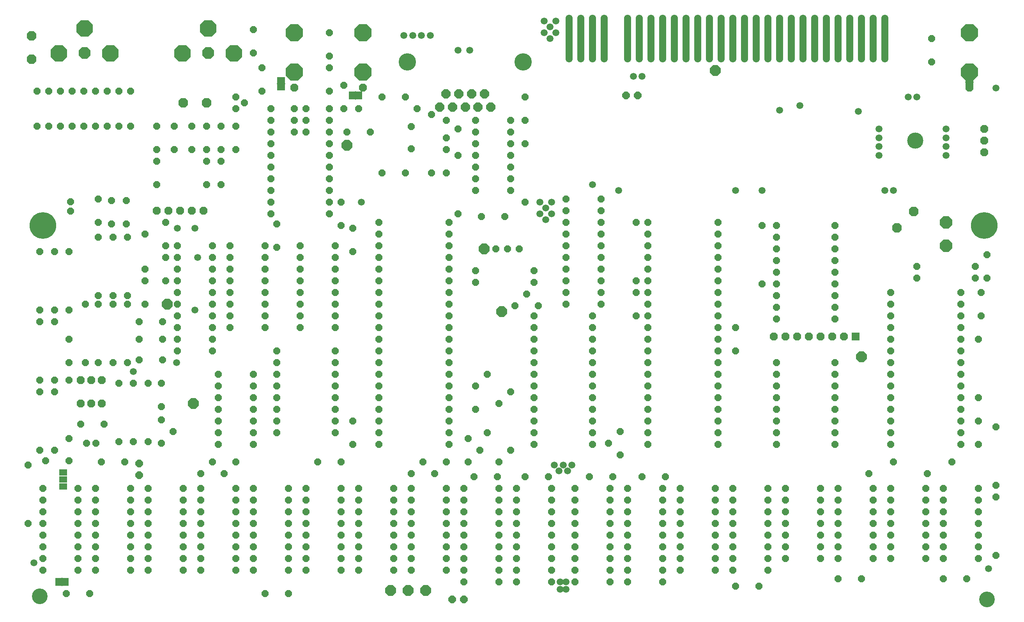
<source format=gbs>
G04 EAGLE Gerber RS-274X export*
G75*
%MOMM*%
%FSLAX34Y34*%
%LPD*%
%INBottom Soldermask*%
%IPPOS*%
%AMOC8*
5,1,8,0,0,1.08239X$1,22.5*%
G01*
%ADD10C,3.403200*%
%ADD11C,5.791200*%
%ADD12C,1.503200*%
%ADD13P,2.969212X8X112.500000*%
%ADD14P,1.649562X8X112.500000*%
%ADD15P,1.649562X8X292.500000*%
%ADD16P,1.649562X8X202.500000*%
%ADD17P,2.281895X8X247.500000*%
%ADD18P,1.649562X8X22.500000*%
%ADD19P,2.281895X8X112.500000*%
%ADD20P,1.869504X8X202.500000*%
%ADD21C,3.505200*%
%ADD22P,2.158177X8X202.500000*%
%ADD23C,3.759200*%
%ADD24P,1.869504X8X112.500000*%
%ADD25P,1.852186X8X292.500000*%
%ADD26R,1.711200X1.711200*%
%ADD27P,2.556822X8X202.500000*%
%ADD28P,2.556822X8X22.500000*%
%ADD29C,1.340609*%
%ADD30P,4.025625X8X202.500000*%
%ADD31P,1.852186X8X22.500000*%
%ADD32R,1.371600X1.803400*%
%ADD33R,0.152400X1.828800*%
%ADD34P,2.817678X8X22.500000*%
%ADD35P,3.917386X8X22.500000*%
%ADD36P,2.281895X8X22.500000*%
%ADD37R,1.803400X1.371600*%
%ADD38R,1.828800X0.152400*%
%ADD39P,1.759533X8X22.500000*%
%ADD40P,1.759533X8X292.500000*%
%ADD41P,1.759533X8X112.500000*%
%ADD42C,1.511200*%


D10*
X63500Y50800D03*
D11*
X69850Y857250D03*
X2114550Y857250D03*
D10*
X2120900Y44450D03*
D12*
X50800Y123825D03*
X2139950Y1155700D03*
D13*
X2032000Y812800D03*
X2032000Y863600D03*
D14*
X2108200Y660400D03*
X2108200Y711200D03*
X2120900Y742950D03*
X2120900Y793750D03*
X2101850Y381000D03*
X2101850Y431800D03*
D15*
X1574800Y635000D03*
X1574800Y584200D03*
X1358900Y711200D03*
X1358900Y660400D03*
D16*
X1422400Y311150D03*
X1371600Y311150D03*
X1308100Y311150D03*
X1257300Y311150D03*
D17*
X1961061Y887911D03*
X1925139Y851989D03*
D16*
X1168400Y311150D03*
X1117600Y311150D03*
X1057275Y311150D03*
X1006475Y311150D03*
D15*
X742950Y431800D03*
X742950Y381000D03*
X2000250Y1263650D03*
X2000250Y1212850D03*
D14*
X219075Y860425D03*
X219075Y911225D03*
D15*
X317500Y1073150D03*
X317500Y1022350D03*
D14*
X355600Y1022350D03*
X355600Y1073150D03*
X250825Y860425D03*
X250825Y911225D03*
X190500Y863600D03*
X190500Y914400D03*
D15*
X527050Y1282700D03*
X527050Y1231900D03*
D16*
X330200Y565150D03*
X279400Y565150D03*
X330200Y609600D03*
X279400Y609600D03*
X330200Y647700D03*
X279400Y647700D03*
D15*
X327025Y514350D03*
X327025Y463550D03*
D16*
X203200Y425450D03*
X152400Y425450D03*
X164465Y384175D03*
X184785Y384175D03*
D18*
X76200Y346075D03*
X127000Y346075D03*
D14*
X127000Y558800D03*
X127000Y609600D03*
X130175Y908685D03*
X130175Y888365D03*
D19*
X45800Y1218800D03*
X45800Y1269600D03*
D15*
X546100Y1200150D03*
X546100Y1149350D03*
D18*
X730250Y1060450D03*
X781050Y1060450D03*
D15*
X336550Y787400D03*
X336550Y736600D03*
X717550Y908050D03*
X717550Y857250D03*
X1117600Y1136650D03*
X1117600Y1085850D03*
X946150Y1022350D03*
X946150Y971550D03*
D18*
X806450Y971550D03*
X857250Y971550D03*
D15*
X1009650Y508000D03*
X1009650Y457200D03*
D18*
X1009650Y733425D03*
X1136650Y733425D03*
D15*
X2139950Y266700D03*
X2139950Y139700D03*
D14*
X2139950Y292100D03*
X2139950Y419100D03*
D16*
X692150Y1035050D03*
X565150Y1035050D03*
D18*
X615950Y1085850D03*
X565150Y1085850D03*
D14*
X222250Y558800D03*
X222250Y685800D03*
X222250Y704850D03*
X222250Y831850D03*
X254000Y558800D03*
X254000Y685800D03*
X254000Y704850D03*
X254000Y831850D03*
D15*
X95250Y495300D03*
X95250Y368300D03*
D18*
X1663700Y558800D03*
X1790700Y558800D03*
D14*
X127000Y393700D03*
X127000Y520700D03*
X38100Y209550D03*
X38100Y336550D03*
D15*
X63500Y647700D03*
X63500Y520700D03*
X95250Y647700D03*
X95250Y520700D03*
D14*
X63500Y673100D03*
X63500Y800100D03*
D15*
X692150Y1149350D03*
X692150Y1200150D03*
D18*
X692150Y1060450D03*
X641350Y1060450D03*
D14*
X190500Y704850D03*
X190500Y831850D03*
D18*
X1663700Y533400D03*
X1790700Y533400D03*
X1663700Y508000D03*
X1790700Y508000D03*
X1663700Y381000D03*
X1790700Y381000D03*
X1663700Y406400D03*
X1790700Y406400D03*
X1663700Y431800D03*
X1790700Y431800D03*
X1663700Y457200D03*
X1790700Y457200D03*
X1663700Y482600D03*
X1790700Y482600D03*
D16*
X1536700Y381000D03*
X1536700Y406400D03*
X1536700Y533400D03*
X1536700Y558800D03*
X1536700Y431800D03*
X1536700Y457200D03*
X1536700Y508000D03*
X1536700Y482600D03*
X1536700Y584200D03*
X1536700Y609600D03*
X1536700Y635000D03*
X1536700Y660400D03*
X1536700Y685800D03*
X1536700Y711200D03*
X1536700Y736600D03*
X1536700Y762000D03*
X1536700Y787400D03*
X1536700Y812800D03*
X1536700Y838200D03*
X1536700Y863600D03*
X1384300Y863600D03*
X1384300Y838200D03*
X1384300Y812800D03*
X1384300Y787400D03*
X1384300Y762000D03*
X1384300Y736600D03*
X1384300Y711200D03*
X1384300Y685800D03*
X1384300Y660400D03*
X1384300Y635000D03*
X1384300Y609600D03*
X1384300Y584200D03*
X1384300Y558800D03*
X1384300Y533400D03*
X1384300Y508000D03*
X1384300Y482600D03*
X1384300Y457200D03*
X1384300Y431800D03*
X1384300Y406400D03*
X1384300Y381000D03*
X438150Y584200D03*
X438150Y609600D03*
X438150Y736600D03*
X438150Y762000D03*
X438150Y635000D03*
X438150Y660400D03*
X438150Y711200D03*
X438150Y685800D03*
X438150Y787400D03*
X438150Y812800D03*
X361950Y812800D03*
X361950Y787400D03*
X361950Y762000D03*
X361950Y736600D03*
X361950Y711200D03*
X361950Y685800D03*
X361950Y660400D03*
X361950Y635000D03*
X361950Y609600D03*
X361950Y584200D03*
D14*
X57150Y1073150D03*
X82550Y1073150D03*
X209550Y1073150D03*
X234950Y1073150D03*
X107950Y1073150D03*
X133350Y1073150D03*
X184150Y1073150D03*
X158750Y1073150D03*
X260350Y1073150D03*
X260350Y1149350D03*
X234950Y1149350D03*
X209550Y1149350D03*
X184150Y1149350D03*
X158750Y1149350D03*
X133350Y1149350D03*
X107950Y1149350D03*
X82550Y1149350D03*
X57150Y1149350D03*
D16*
X146050Y107950D03*
X146050Y133350D03*
X146050Y260350D03*
X146050Y285750D03*
X146050Y158750D03*
X146050Y184150D03*
X146050Y234950D03*
X146050Y209550D03*
X69850Y285750D03*
X69850Y260350D03*
X69850Y234950D03*
X69850Y209550D03*
X69850Y184150D03*
X69850Y158750D03*
X69850Y133350D03*
X69850Y107950D03*
X260350Y107950D03*
X260350Y133350D03*
X260350Y260350D03*
X260350Y285750D03*
X260350Y158750D03*
X260350Y184150D03*
X260350Y234950D03*
X260350Y209550D03*
X184150Y285750D03*
X184150Y260350D03*
X184150Y234950D03*
X184150Y209550D03*
X184150Y184150D03*
X184150Y158750D03*
X184150Y133350D03*
X184150Y107950D03*
X374650Y107950D03*
X374650Y133350D03*
X374650Y260350D03*
X374650Y285750D03*
X374650Y158750D03*
X374650Y184150D03*
X374650Y234950D03*
X374650Y209550D03*
X298450Y285750D03*
X298450Y260350D03*
X298450Y234950D03*
X298450Y209550D03*
X298450Y184150D03*
X298450Y158750D03*
X298450Y133350D03*
X298450Y107950D03*
X488950Y107950D03*
X488950Y133350D03*
X488950Y260350D03*
X488950Y285750D03*
X488950Y158750D03*
X488950Y184150D03*
X488950Y234950D03*
X488950Y209550D03*
X412750Y285750D03*
X412750Y260350D03*
X412750Y234950D03*
X412750Y209550D03*
X412750Y184150D03*
X412750Y158750D03*
X412750Y133350D03*
X412750Y107950D03*
X603250Y107950D03*
X603250Y133350D03*
X603250Y260350D03*
X603250Y285750D03*
X603250Y158750D03*
X603250Y184150D03*
X603250Y234950D03*
X603250Y209550D03*
X527050Y285750D03*
X527050Y260350D03*
X527050Y234950D03*
X527050Y209550D03*
X527050Y184150D03*
X527050Y158750D03*
X527050Y133350D03*
X527050Y107950D03*
X717550Y107950D03*
X717550Y133350D03*
X717550Y260350D03*
X717550Y285750D03*
X717550Y158750D03*
X717550Y184150D03*
X717550Y234950D03*
X717550Y209550D03*
X641350Y285750D03*
X641350Y260350D03*
X641350Y234950D03*
X641350Y209550D03*
X641350Y184150D03*
X641350Y158750D03*
X641350Y133350D03*
X641350Y107950D03*
X831850Y107950D03*
X831850Y133350D03*
X831850Y260350D03*
X831850Y285750D03*
X831850Y158750D03*
X831850Y184150D03*
X831850Y234950D03*
X831850Y209550D03*
X755650Y285750D03*
X755650Y260350D03*
X755650Y234950D03*
X755650Y209550D03*
X755650Y184150D03*
X755650Y158750D03*
X755650Y133350D03*
X755650Y107950D03*
X2063750Y381000D03*
X2063750Y406400D03*
X2063750Y533400D03*
X2063750Y558800D03*
X2063750Y431800D03*
X2063750Y457200D03*
X2063750Y508000D03*
X2063750Y482600D03*
X2063750Y584200D03*
X2063750Y609600D03*
X2063750Y635000D03*
X2063750Y660400D03*
X2063750Y685800D03*
X2063750Y711200D03*
X1911350Y711200D03*
X1911350Y685800D03*
X1911350Y660400D03*
X1911350Y635000D03*
X1911350Y609600D03*
X1911350Y584200D03*
X1911350Y558800D03*
X1911350Y533400D03*
X1911350Y508000D03*
X1911350Y482600D03*
X1911350Y457200D03*
X1911350Y431800D03*
X1911350Y406400D03*
X1911350Y381000D03*
X946150Y107950D03*
X946150Y133350D03*
X946150Y260350D03*
X946150Y285750D03*
X946150Y158750D03*
X946150Y184150D03*
X946150Y234950D03*
X946150Y209550D03*
X869950Y285750D03*
X869950Y260350D03*
X869950Y234950D03*
X869950Y209550D03*
X869950Y184150D03*
X869950Y158750D03*
X869950Y133350D03*
X869950Y107950D03*
X1416050Y82550D03*
X1416050Y107950D03*
X1416050Y234950D03*
X1416050Y260350D03*
X1416050Y133350D03*
X1416050Y158750D03*
X1416050Y209550D03*
X1416050Y184150D03*
X1416050Y285750D03*
X1339850Y285750D03*
X1339850Y260350D03*
X1339850Y234950D03*
X1339850Y209550D03*
X1339850Y184150D03*
X1339850Y158750D03*
X1339850Y133350D03*
X1339850Y107950D03*
X1339850Y82550D03*
X1174750Y82550D03*
X1174750Y107950D03*
X1174750Y234950D03*
X1174750Y260350D03*
X1174750Y133350D03*
X1174750Y158750D03*
X1174750Y209550D03*
X1174750Y184150D03*
X1174750Y285750D03*
X1098550Y285750D03*
X1098550Y260350D03*
X1098550Y234950D03*
X1098550Y209550D03*
X1098550Y184150D03*
X1098550Y158750D03*
X1098550Y133350D03*
X1098550Y107950D03*
X1098550Y82550D03*
X1301750Y82550D03*
X1301750Y107950D03*
X1301750Y234950D03*
X1301750Y260350D03*
X1301750Y133350D03*
X1301750Y158750D03*
X1301750Y209550D03*
X1301750Y184150D03*
X1301750Y285750D03*
X1225550Y285750D03*
X1225550Y260350D03*
X1225550Y234950D03*
X1225550Y209550D03*
X1225550Y184150D03*
X1225550Y158750D03*
X1225550Y133350D03*
X1225550Y107950D03*
X1225550Y82550D03*
X1060450Y82550D03*
X1060450Y107950D03*
X1060450Y234950D03*
X1060450Y260350D03*
X1060450Y133350D03*
X1060450Y158750D03*
X1060450Y209550D03*
X1060450Y184150D03*
X1060450Y285750D03*
X984250Y285750D03*
X984250Y260350D03*
X984250Y234950D03*
X984250Y209550D03*
X984250Y184150D03*
X984250Y158750D03*
X984250Y133350D03*
X984250Y107950D03*
X984250Y82550D03*
X1987550Y133350D03*
X1987550Y158750D03*
X1987550Y285750D03*
X1911350Y285750D03*
X1987550Y184150D03*
X1987550Y209550D03*
X1987550Y260350D03*
X1987550Y234950D03*
X1911350Y260350D03*
X1911350Y234950D03*
X1911350Y209550D03*
X1911350Y184150D03*
X1911350Y158750D03*
X1911350Y133350D03*
X1873250Y133350D03*
X1873250Y158750D03*
X1873250Y285750D03*
X1797050Y285750D03*
X1873250Y184150D03*
X1873250Y209550D03*
X1873250Y260350D03*
X1873250Y234950D03*
X1797050Y260350D03*
X1797050Y234950D03*
X1797050Y209550D03*
X1797050Y184150D03*
X1797050Y158750D03*
X1797050Y133350D03*
X2101850Y133350D03*
X2101850Y158750D03*
X2101850Y285750D03*
X2025650Y285750D03*
X2101850Y184150D03*
X2101850Y209550D03*
X2101850Y260350D03*
X2101850Y234950D03*
X2025650Y260350D03*
X2025650Y234950D03*
X2025650Y209550D03*
X2025650Y184150D03*
X2025650Y158750D03*
X2025650Y133350D03*
X1085850Y933450D03*
X1085850Y958850D03*
X1085850Y1085850D03*
X1009650Y1085850D03*
X1085850Y984250D03*
X1085850Y1009650D03*
X1085850Y1060450D03*
X1085850Y1035050D03*
X1009650Y1060450D03*
X1009650Y1035050D03*
X1009650Y1009650D03*
X1009650Y984250D03*
X1009650Y958850D03*
X1009650Y933450D03*
X952500Y381000D03*
X952500Y406400D03*
X952500Y533400D03*
X952500Y558800D03*
X952500Y431800D03*
X952500Y457200D03*
X952500Y508000D03*
X952500Y482600D03*
X952500Y584200D03*
X952500Y609600D03*
X952500Y635000D03*
X952500Y660400D03*
X952500Y685800D03*
X952500Y711200D03*
X952500Y736600D03*
X952500Y762000D03*
X952500Y787400D03*
X952500Y812800D03*
X952500Y838200D03*
X952500Y863600D03*
X800100Y863600D03*
X800100Y838200D03*
X800100Y812800D03*
X800100Y787400D03*
X800100Y762000D03*
X800100Y736600D03*
X800100Y711200D03*
X800100Y685800D03*
X800100Y660400D03*
X800100Y635000D03*
X800100Y609600D03*
X800100Y584200D03*
X800100Y558800D03*
X800100Y533400D03*
X800100Y508000D03*
X800100Y482600D03*
X800100Y457200D03*
X800100Y431800D03*
X800100Y406400D03*
X800100Y381000D03*
X527050Y381000D03*
X527050Y406400D03*
X527050Y533400D03*
X450850Y533400D03*
X527050Y431800D03*
X527050Y457200D03*
X527050Y508000D03*
X527050Y482600D03*
X450850Y508000D03*
X450850Y482600D03*
X450850Y457200D03*
X450850Y431800D03*
X450850Y406400D03*
X450850Y381000D03*
X1758950Y133350D03*
X1758950Y158750D03*
X1758950Y285750D03*
X1682750Y285750D03*
X1758950Y184150D03*
X1758950Y209550D03*
X1758950Y260350D03*
X1758950Y234950D03*
X1682750Y260350D03*
X1682750Y234950D03*
X1682750Y209550D03*
X1682750Y184150D03*
X1682750Y158750D03*
X1682750Y133350D03*
X1644650Y107950D03*
X1644650Y133350D03*
X1644650Y260350D03*
X1644650Y285750D03*
X1644650Y158750D03*
X1644650Y184150D03*
X1644650Y234950D03*
X1644650Y209550D03*
X1568450Y285750D03*
X1568450Y260350D03*
X1568450Y234950D03*
X1568450Y209550D03*
X1568450Y184150D03*
X1568450Y158750D03*
X1568450Y133350D03*
X1568450Y107950D03*
X1530350Y107950D03*
X1530350Y133350D03*
X1530350Y260350D03*
X1530350Y285750D03*
X1530350Y158750D03*
X1530350Y184150D03*
X1530350Y234950D03*
X1530350Y209550D03*
X1454150Y285750D03*
X1454150Y260350D03*
X1454150Y234950D03*
X1454150Y209550D03*
X1454150Y184150D03*
X1454150Y158750D03*
X1454150Y133350D03*
X1454150Y107950D03*
X704850Y635000D03*
X704850Y660400D03*
X704850Y787400D03*
X704850Y812800D03*
X704850Y685800D03*
X704850Y711200D03*
X704850Y762000D03*
X704850Y736600D03*
X628650Y812800D03*
X628650Y787400D03*
X628650Y762000D03*
X628650Y736600D03*
X628650Y711200D03*
X628650Y685800D03*
X628650Y660400D03*
X628650Y635000D03*
X552450Y635000D03*
X552450Y660400D03*
X552450Y787400D03*
X552450Y812800D03*
X552450Y685800D03*
X552450Y711200D03*
X552450Y762000D03*
X552450Y736600D03*
X476250Y812800D03*
X476250Y787400D03*
X476250Y762000D03*
X476250Y736600D03*
X476250Y711200D03*
X476250Y685800D03*
X476250Y660400D03*
X476250Y635000D03*
D20*
X2114550Y1016000D03*
X2114550Y1041400D03*
X2114550Y1066800D03*
D21*
X1964690Y1041400D03*
D14*
X292100Y762000D03*
X292100Y838200D03*
D22*
X932053Y1114449D03*
X959739Y1114449D03*
X987425Y1114449D03*
X1015111Y1114449D03*
X1042797Y1114449D03*
X945896Y1142885D03*
X973582Y1142885D03*
X1001268Y1142885D03*
X1028954Y1142885D03*
D23*
X1112838Y1212850D03*
X862013Y1212850D03*
D16*
X1323975Y409575D03*
X1323975Y358775D03*
X1298575Y384175D03*
D18*
X993775Y342900D03*
X993775Y393700D03*
X1019175Y368300D03*
X946150Y1085850D03*
X971550Y1066800D03*
X946150Y1047750D03*
X327025Y384175D03*
X327025Y434975D03*
X352425Y409575D03*
D24*
X151765Y469900D03*
X174625Y469900D03*
X197485Y469900D03*
X151765Y520700D03*
X174625Y520700D03*
X197485Y520700D03*
D14*
X1146175Y682625D03*
X1095375Y682625D03*
X1120775Y708025D03*
D18*
X1136650Y635000D03*
X1263650Y635000D03*
D16*
X704850Y558800D03*
X577850Y558800D03*
X704850Y533400D03*
X577850Y533400D03*
X704850Y508000D03*
X577850Y508000D03*
X704850Y482600D03*
X577850Y482600D03*
X704850Y457200D03*
X577850Y457200D03*
X704850Y431800D03*
X577850Y431800D03*
D18*
X577850Y406400D03*
X704850Y406400D03*
D16*
X1790700Y857250D03*
X1663700Y857250D03*
X1790700Y831850D03*
X1663700Y831850D03*
X1790700Y806450D03*
X1663700Y806450D03*
D18*
X1136650Y609600D03*
X1263650Y609600D03*
D16*
X1790700Y781050D03*
X1663700Y781050D03*
X1790700Y755650D03*
X1663700Y755650D03*
X1790700Y730250D03*
X1663700Y730250D03*
X1790700Y704850D03*
X1663700Y704850D03*
X1790700Y679450D03*
X1663700Y679450D03*
D18*
X1136650Y406400D03*
X1263650Y406400D03*
D16*
X2044700Y342900D03*
X1917700Y342900D03*
X1263650Y381000D03*
X1136650Y381000D03*
D14*
X2101850Y482600D03*
X2101850Y609600D03*
X1358900Y736600D03*
X1358900Y863600D03*
D18*
X1136650Y584200D03*
X1263650Y584200D03*
D15*
X1631950Y857250D03*
X1631950Y730250D03*
D16*
X2095500Y768350D03*
X1968500Y768350D03*
D18*
X1663700Y654050D03*
X1790700Y654050D03*
X1863725Y317500D03*
X1990725Y317500D03*
D16*
X1136650Y758825D03*
X1009650Y758825D03*
X692150Y984250D03*
X565150Y984250D03*
X692150Y958850D03*
X565150Y958850D03*
X692150Y933450D03*
X565150Y933450D03*
X692150Y908050D03*
X565150Y908050D03*
X692150Y882650D03*
X565150Y882650D03*
D18*
X1136650Y558800D03*
X1263650Y558800D03*
X565150Y1009650D03*
X692150Y1009650D03*
D16*
X615950Y1060450D03*
X565150Y1060450D03*
X615950Y1111250D03*
X565150Y1111250D03*
D15*
X1117600Y1035050D03*
X1117600Y908050D03*
X914400Y1098550D03*
X914400Y971550D03*
D18*
X1968500Y742950D03*
X2095500Y742950D03*
D16*
X882650Y1111250D03*
X755650Y1111250D03*
D14*
X971550Y882650D03*
X971550Y1009650D03*
D15*
X1085850Y495300D03*
X1085850Y368300D03*
D14*
X1035050Y406400D03*
X1035050Y533400D03*
D18*
X1136650Y533400D03*
X1263650Y533400D03*
D14*
X1060450Y342900D03*
X1060450Y469900D03*
D18*
X1136650Y431800D03*
X1263650Y431800D03*
D15*
X425450Y1073150D03*
X425450Y1022350D03*
D14*
X393700Y1022350D03*
X393700Y1073150D03*
D18*
X1136650Y508000D03*
X1263650Y508000D03*
D15*
X127000Y800100D03*
X127000Y673100D03*
D14*
X298450Y387350D03*
X298450Y514350D03*
X234950Y387350D03*
X234950Y514350D03*
X266700Y387350D03*
X266700Y514350D03*
X63500Y368300D03*
X63500Y495300D03*
X95250Y673100D03*
X95250Y800100D03*
D18*
X806450Y1136650D03*
X857250Y1136650D03*
X1136650Y482600D03*
X1263650Y482600D03*
D15*
X692150Y1276350D03*
X692150Y1225550D03*
X292100Y736600D03*
X292100Y685800D03*
X336550Y863600D03*
X336550Y812800D03*
D18*
X641350Y1111250D03*
X692150Y1111250D03*
X641350Y1085850D03*
X692150Y1085850D03*
D14*
X161925Y558800D03*
X161925Y685800D03*
D18*
X1136650Y457200D03*
X1263650Y457200D03*
D16*
X704850Y584200D03*
X577850Y584200D03*
D18*
X1136650Y660400D03*
X1263650Y660400D03*
D25*
X419100Y889000D03*
X393700Y889000D03*
X368300Y889000D03*
X342900Y889000D03*
X317500Y889000D03*
D26*
X1835150Y615950D03*
D25*
X1809750Y615950D03*
X1784350Y615950D03*
X1758950Y615950D03*
X1733550Y615950D03*
X1708150Y615950D03*
X1682750Y615950D03*
X1657350Y615950D03*
D27*
X1066800Y669925D03*
X1530350Y1193800D03*
X901700Y63500D03*
X825500Y63500D03*
X863600Y63500D03*
X396875Y469900D03*
D28*
X1028700Y806450D03*
D29*
X1213513Y1218537D02*
X1213513Y1308763D01*
X1213513Y1218537D02*
X1212187Y1218537D01*
X1212187Y1308763D01*
X1213513Y1308763D01*
X1213513Y1231273D02*
X1212187Y1231273D01*
X1212187Y1244009D02*
X1213513Y1244009D01*
X1213513Y1256745D02*
X1212187Y1256745D01*
X1212187Y1269481D02*
X1213513Y1269481D01*
X1213513Y1282217D02*
X1212187Y1282217D01*
X1212187Y1294953D02*
X1213513Y1294953D01*
X1213513Y1307689D02*
X1212187Y1307689D01*
X1238913Y1308763D02*
X1238913Y1218537D01*
X1237587Y1218537D01*
X1237587Y1308763D01*
X1238913Y1308763D01*
X1238913Y1231273D02*
X1237587Y1231273D01*
X1237587Y1244009D02*
X1238913Y1244009D01*
X1238913Y1256745D02*
X1237587Y1256745D01*
X1237587Y1269481D02*
X1238913Y1269481D01*
X1238913Y1282217D02*
X1237587Y1282217D01*
X1237587Y1294953D02*
X1238913Y1294953D01*
X1238913Y1307689D02*
X1237587Y1307689D01*
X1264313Y1308763D02*
X1264313Y1218537D01*
X1262987Y1218537D01*
X1262987Y1308763D01*
X1264313Y1308763D01*
X1264313Y1231273D02*
X1262987Y1231273D01*
X1262987Y1244009D02*
X1264313Y1244009D01*
X1264313Y1256745D02*
X1262987Y1256745D01*
X1262987Y1269481D02*
X1264313Y1269481D01*
X1264313Y1282217D02*
X1262987Y1282217D01*
X1262987Y1294953D02*
X1264313Y1294953D01*
X1264313Y1307689D02*
X1262987Y1307689D01*
X1289713Y1308763D02*
X1289713Y1218537D01*
X1288387Y1218537D01*
X1288387Y1308763D01*
X1289713Y1308763D01*
X1289713Y1231273D02*
X1288387Y1231273D01*
X1288387Y1244009D02*
X1289713Y1244009D01*
X1289713Y1256745D02*
X1288387Y1256745D01*
X1288387Y1269481D02*
X1289713Y1269481D01*
X1289713Y1282217D02*
X1288387Y1282217D01*
X1288387Y1294953D02*
X1289713Y1294953D01*
X1289713Y1307689D02*
X1288387Y1307689D01*
X1340513Y1308763D02*
X1340513Y1218537D01*
X1339187Y1218537D01*
X1339187Y1308763D01*
X1340513Y1308763D01*
X1340513Y1231273D02*
X1339187Y1231273D01*
X1339187Y1244009D02*
X1340513Y1244009D01*
X1340513Y1256745D02*
X1339187Y1256745D01*
X1339187Y1269481D02*
X1340513Y1269481D01*
X1340513Y1282217D02*
X1339187Y1282217D01*
X1339187Y1294953D02*
X1340513Y1294953D01*
X1340513Y1307689D02*
X1339187Y1307689D01*
X1365913Y1308763D02*
X1365913Y1218537D01*
X1364587Y1218537D01*
X1364587Y1308763D01*
X1365913Y1308763D01*
X1365913Y1231273D02*
X1364587Y1231273D01*
X1364587Y1244009D02*
X1365913Y1244009D01*
X1365913Y1256745D02*
X1364587Y1256745D01*
X1364587Y1269481D02*
X1365913Y1269481D01*
X1365913Y1282217D02*
X1364587Y1282217D01*
X1364587Y1294953D02*
X1365913Y1294953D01*
X1365913Y1307689D02*
X1364587Y1307689D01*
X1391313Y1308763D02*
X1391313Y1218537D01*
X1389987Y1218537D01*
X1389987Y1308763D01*
X1391313Y1308763D01*
X1391313Y1231273D02*
X1389987Y1231273D01*
X1389987Y1244009D02*
X1391313Y1244009D01*
X1391313Y1256745D02*
X1389987Y1256745D01*
X1389987Y1269481D02*
X1391313Y1269481D01*
X1391313Y1282217D02*
X1389987Y1282217D01*
X1389987Y1294953D02*
X1391313Y1294953D01*
X1391313Y1307689D02*
X1389987Y1307689D01*
X1416713Y1308763D02*
X1416713Y1218537D01*
X1415387Y1218537D01*
X1415387Y1308763D01*
X1416713Y1308763D01*
X1416713Y1231273D02*
X1415387Y1231273D01*
X1415387Y1244009D02*
X1416713Y1244009D01*
X1416713Y1256745D02*
X1415387Y1256745D01*
X1415387Y1269481D02*
X1416713Y1269481D01*
X1416713Y1282217D02*
X1415387Y1282217D01*
X1415387Y1294953D02*
X1416713Y1294953D01*
X1416713Y1307689D02*
X1415387Y1307689D01*
X1442113Y1308763D02*
X1442113Y1218537D01*
X1440787Y1218537D01*
X1440787Y1308763D01*
X1442113Y1308763D01*
X1442113Y1231273D02*
X1440787Y1231273D01*
X1440787Y1244009D02*
X1442113Y1244009D01*
X1442113Y1256745D02*
X1440787Y1256745D01*
X1440787Y1269481D02*
X1442113Y1269481D01*
X1442113Y1282217D02*
X1440787Y1282217D01*
X1440787Y1294953D02*
X1442113Y1294953D01*
X1442113Y1307689D02*
X1440787Y1307689D01*
X1467513Y1308763D02*
X1467513Y1218537D01*
X1466187Y1218537D01*
X1466187Y1308763D01*
X1467513Y1308763D01*
X1467513Y1231273D02*
X1466187Y1231273D01*
X1466187Y1244009D02*
X1467513Y1244009D01*
X1467513Y1256745D02*
X1466187Y1256745D01*
X1466187Y1269481D02*
X1467513Y1269481D01*
X1467513Y1282217D02*
X1466187Y1282217D01*
X1466187Y1294953D02*
X1467513Y1294953D01*
X1467513Y1307689D02*
X1466187Y1307689D01*
X1492913Y1308763D02*
X1492913Y1218537D01*
X1491587Y1218537D01*
X1491587Y1308763D01*
X1492913Y1308763D01*
X1492913Y1231273D02*
X1491587Y1231273D01*
X1491587Y1244009D02*
X1492913Y1244009D01*
X1492913Y1256745D02*
X1491587Y1256745D01*
X1491587Y1269481D02*
X1492913Y1269481D01*
X1492913Y1282217D02*
X1491587Y1282217D01*
X1491587Y1294953D02*
X1492913Y1294953D01*
X1492913Y1307689D02*
X1491587Y1307689D01*
X1518313Y1308763D02*
X1518313Y1218537D01*
X1516987Y1218537D01*
X1516987Y1308763D01*
X1518313Y1308763D01*
X1518313Y1231273D02*
X1516987Y1231273D01*
X1516987Y1244009D02*
X1518313Y1244009D01*
X1518313Y1256745D02*
X1516987Y1256745D01*
X1516987Y1269481D02*
X1518313Y1269481D01*
X1518313Y1282217D02*
X1516987Y1282217D01*
X1516987Y1294953D02*
X1518313Y1294953D01*
X1518313Y1307689D02*
X1516987Y1307689D01*
X1543713Y1308763D02*
X1543713Y1218537D01*
X1542387Y1218537D01*
X1542387Y1308763D01*
X1543713Y1308763D01*
X1543713Y1231273D02*
X1542387Y1231273D01*
X1542387Y1244009D02*
X1543713Y1244009D01*
X1543713Y1256745D02*
X1542387Y1256745D01*
X1542387Y1269481D02*
X1543713Y1269481D01*
X1543713Y1282217D02*
X1542387Y1282217D01*
X1542387Y1294953D02*
X1543713Y1294953D01*
X1543713Y1307689D02*
X1542387Y1307689D01*
X1569113Y1308763D02*
X1569113Y1218537D01*
X1567787Y1218537D01*
X1567787Y1308763D01*
X1569113Y1308763D01*
X1569113Y1231273D02*
X1567787Y1231273D01*
X1567787Y1244009D02*
X1569113Y1244009D01*
X1569113Y1256745D02*
X1567787Y1256745D01*
X1567787Y1269481D02*
X1569113Y1269481D01*
X1569113Y1282217D02*
X1567787Y1282217D01*
X1567787Y1294953D02*
X1569113Y1294953D01*
X1569113Y1307689D02*
X1567787Y1307689D01*
X1594513Y1308763D02*
X1594513Y1218537D01*
X1593187Y1218537D01*
X1593187Y1308763D01*
X1594513Y1308763D01*
X1594513Y1231273D02*
X1593187Y1231273D01*
X1593187Y1244009D02*
X1594513Y1244009D01*
X1594513Y1256745D02*
X1593187Y1256745D01*
X1593187Y1269481D02*
X1594513Y1269481D01*
X1594513Y1282217D02*
X1593187Y1282217D01*
X1593187Y1294953D02*
X1594513Y1294953D01*
X1594513Y1307689D02*
X1593187Y1307689D01*
X1619913Y1308763D02*
X1619913Y1218537D01*
X1618587Y1218537D01*
X1618587Y1308763D01*
X1619913Y1308763D01*
X1619913Y1231273D02*
X1618587Y1231273D01*
X1618587Y1244009D02*
X1619913Y1244009D01*
X1619913Y1256745D02*
X1618587Y1256745D01*
X1618587Y1269481D02*
X1619913Y1269481D01*
X1619913Y1282217D02*
X1618587Y1282217D01*
X1618587Y1294953D02*
X1619913Y1294953D01*
X1619913Y1307689D02*
X1618587Y1307689D01*
X1645313Y1308763D02*
X1645313Y1218537D01*
X1643987Y1218537D01*
X1643987Y1308763D01*
X1645313Y1308763D01*
X1645313Y1231273D02*
X1643987Y1231273D01*
X1643987Y1244009D02*
X1645313Y1244009D01*
X1645313Y1256745D02*
X1643987Y1256745D01*
X1643987Y1269481D02*
X1645313Y1269481D01*
X1645313Y1282217D02*
X1643987Y1282217D01*
X1643987Y1294953D02*
X1645313Y1294953D01*
X1645313Y1307689D02*
X1643987Y1307689D01*
X1670713Y1308763D02*
X1670713Y1218537D01*
X1669387Y1218537D01*
X1669387Y1308763D01*
X1670713Y1308763D01*
X1670713Y1231273D02*
X1669387Y1231273D01*
X1669387Y1244009D02*
X1670713Y1244009D01*
X1670713Y1256745D02*
X1669387Y1256745D01*
X1669387Y1269481D02*
X1670713Y1269481D01*
X1670713Y1282217D02*
X1669387Y1282217D01*
X1669387Y1294953D02*
X1670713Y1294953D01*
X1670713Y1307689D02*
X1669387Y1307689D01*
X1696113Y1308763D02*
X1696113Y1218537D01*
X1694787Y1218537D01*
X1694787Y1308763D01*
X1696113Y1308763D01*
X1696113Y1231273D02*
X1694787Y1231273D01*
X1694787Y1244009D02*
X1696113Y1244009D01*
X1696113Y1256745D02*
X1694787Y1256745D01*
X1694787Y1269481D02*
X1696113Y1269481D01*
X1696113Y1282217D02*
X1694787Y1282217D01*
X1694787Y1294953D02*
X1696113Y1294953D01*
X1696113Y1307689D02*
X1694787Y1307689D01*
X1721513Y1308763D02*
X1721513Y1218537D01*
X1720187Y1218537D01*
X1720187Y1308763D01*
X1721513Y1308763D01*
X1721513Y1231273D02*
X1720187Y1231273D01*
X1720187Y1244009D02*
X1721513Y1244009D01*
X1721513Y1256745D02*
X1720187Y1256745D01*
X1720187Y1269481D02*
X1721513Y1269481D01*
X1721513Y1282217D02*
X1720187Y1282217D01*
X1720187Y1294953D02*
X1721513Y1294953D01*
X1721513Y1307689D02*
X1720187Y1307689D01*
X1746913Y1308763D02*
X1746913Y1218537D01*
X1745587Y1218537D01*
X1745587Y1308763D01*
X1746913Y1308763D01*
X1746913Y1231273D02*
X1745587Y1231273D01*
X1745587Y1244009D02*
X1746913Y1244009D01*
X1746913Y1256745D02*
X1745587Y1256745D01*
X1745587Y1269481D02*
X1746913Y1269481D01*
X1746913Y1282217D02*
X1745587Y1282217D01*
X1745587Y1294953D02*
X1746913Y1294953D01*
X1746913Y1307689D02*
X1745587Y1307689D01*
X1772313Y1308763D02*
X1772313Y1218537D01*
X1770987Y1218537D01*
X1770987Y1308763D01*
X1772313Y1308763D01*
X1772313Y1231273D02*
X1770987Y1231273D01*
X1770987Y1244009D02*
X1772313Y1244009D01*
X1772313Y1256745D02*
X1770987Y1256745D01*
X1770987Y1269481D02*
X1772313Y1269481D01*
X1772313Y1282217D02*
X1770987Y1282217D01*
X1770987Y1294953D02*
X1772313Y1294953D01*
X1772313Y1307689D02*
X1770987Y1307689D01*
X1797713Y1308763D02*
X1797713Y1218537D01*
X1796387Y1218537D01*
X1796387Y1308763D01*
X1797713Y1308763D01*
X1797713Y1231273D02*
X1796387Y1231273D01*
X1796387Y1244009D02*
X1797713Y1244009D01*
X1797713Y1256745D02*
X1796387Y1256745D01*
X1796387Y1269481D02*
X1797713Y1269481D01*
X1797713Y1282217D02*
X1796387Y1282217D01*
X1796387Y1294953D02*
X1797713Y1294953D01*
X1797713Y1307689D02*
X1796387Y1307689D01*
X1823113Y1308763D02*
X1823113Y1218537D01*
X1821787Y1218537D01*
X1821787Y1308763D01*
X1823113Y1308763D01*
X1823113Y1231273D02*
X1821787Y1231273D01*
X1821787Y1244009D02*
X1823113Y1244009D01*
X1823113Y1256745D02*
X1821787Y1256745D01*
X1821787Y1269481D02*
X1823113Y1269481D01*
X1823113Y1282217D02*
X1821787Y1282217D01*
X1821787Y1294953D02*
X1823113Y1294953D01*
X1823113Y1307689D02*
X1821787Y1307689D01*
X1848513Y1308763D02*
X1848513Y1218537D01*
X1847187Y1218537D01*
X1847187Y1308763D01*
X1848513Y1308763D01*
X1848513Y1231273D02*
X1847187Y1231273D01*
X1847187Y1244009D02*
X1848513Y1244009D01*
X1848513Y1256745D02*
X1847187Y1256745D01*
X1847187Y1269481D02*
X1848513Y1269481D01*
X1848513Y1282217D02*
X1847187Y1282217D01*
X1847187Y1294953D02*
X1848513Y1294953D01*
X1848513Y1307689D02*
X1847187Y1307689D01*
X1873913Y1308763D02*
X1873913Y1218537D01*
X1872587Y1218537D01*
X1872587Y1308763D01*
X1873913Y1308763D01*
X1873913Y1231273D02*
X1872587Y1231273D01*
X1872587Y1244009D02*
X1873913Y1244009D01*
X1873913Y1256745D02*
X1872587Y1256745D01*
X1872587Y1269481D02*
X1873913Y1269481D01*
X1873913Y1282217D02*
X1872587Y1282217D01*
X1872587Y1294953D02*
X1873913Y1294953D01*
X1873913Y1307689D02*
X1872587Y1307689D01*
X1899313Y1308763D02*
X1899313Y1218537D01*
X1897987Y1218537D01*
X1897987Y1308763D01*
X1899313Y1308763D01*
X1899313Y1231273D02*
X1897987Y1231273D01*
X1897987Y1244009D02*
X1899313Y1244009D01*
X1899313Y1256745D02*
X1897987Y1256745D01*
X1897987Y1269481D02*
X1899313Y1269481D01*
X1899313Y1282217D02*
X1897987Y1282217D01*
X1897987Y1294953D02*
X1899313Y1294953D01*
X1899313Y1307689D02*
X1897987Y1307689D01*
D30*
X615950Y1276350D03*
X615950Y1190650D03*
D31*
X615950Y1156500D03*
D30*
X2082800Y1276350D03*
X2082800Y1190650D03*
D31*
X2082800Y1156500D03*
D30*
X765175Y1276350D03*
X765175Y1190650D03*
D31*
X765175Y1156500D03*
D14*
X869950Y1023620D03*
X869950Y1071880D03*
D16*
X1104900Y806450D03*
X1079500Y806450D03*
X1054100Y806450D03*
D14*
X577850Y809625D03*
X577850Y860425D03*
D15*
X742950Y850900D03*
X742950Y800100D03*
D14*
X317500Y946150D03*
X317500Y996950D03*
D16*
X603250Y57150D03*
X552450Y57150D03*
X171450Y57150D03*
X120650Y57150D03*
X2076450Y88900D03*
X2025650Y88900D03*
X1847850Y88900D03*
X1797050Y88900D03*
X1625600Y73025D03*
X1574800Y73025D03*
X463550Y317500D03*
X412750Y317500D03*
X920750Y317500D03*
X869950Y317500D03*
X247650Y342900D03*
X196850Y342900D03*
X946150Y342900D03*
X895350Y342900D03*
X717550Y342900D03*
X666750Y342900D03*
X488950Y342900D03*
X438150Y342900D03*
X1073150Y876300D03*
X1022350Y876300D03*
D28*
X730250Y1031875D03*
X1847850Y571500D03*
X339725Y685800D03*
D32*
X103505Y82550D03*
X118745Y82550D03*
D33*
X111125Y82550D03*
D15*
X488950Y1111250D03*
X508000Y1123950D03*
X488950Y1136650D03*
X457200Y1073150D03*
X457200Y1022350D03*
D32*
X741680Y1139825D03*
X756920Y1139825D03*
D33*
X749300Y1139825D03*
D34*
X428625Y1232500D03*
D35*
X484505Y1231075D03*
X372745Y1231075D03*
X428625Y1285875D03*
D14*
X723900Y1111250D03*
X723900Y1162050D03*
D36*
X374650Y1123950D03*
X425450Y1123950D03*
D15*
X488950Y1073150D03*
X488950Y1022350D03*
D16*
X1282700Y685800D03*
X1282700Y711200D03*
X1282700Y838200D03*
X1282700Y863600D03*
X1282700Y736600D03*
X1282700Y762000D03*
X1282700Y812800D03*
X1282700Y787400D03*
X1282700Y889000D03*
X1282700Y914400D03*
X1206500Y914400D03*
X1206500Y889000D03*
X1206500Y863600D03*
X1206500Y838200D03*
X1206500Y812800D03*
X1206500Y787400D03*
X1206500Y762000D03*
X1206500Y736600D03*
X1206500Y711200D03*
X1206500Y685800D03*
D37*
X587375Y1157605D03*
X587375Y1172845D03*
D38*
X587375Y1165225D03*
D39*
X279400Y314325D03*
X279400Y339725D03*
D34*
X160975Y1232500D03*
D35*
X216855Y1231075D03*
X105095Y1231075D03*
X160975Y1285875D03*
D14*
X425450Y946150D03*
X425450Y996950D03*
X457200Y946150D03*
X457200Y996950D03*
D37*
X2082800Y1176020D03*
X2082800Y1160780D03*
D38*
X2082800Y1168400D03*
D37*
X114300Y320040D03*
X114300Y304800D03*
X114300Y289560D03*
D40*
X958850Y44450D03*
X984250Y44450D03*
D41*
X1362075Y1139825D03*
X1336675Y1139825D03*
D14*
X190500Y558800D03*
X190500Y685800D03*
D42*
X1193800Y82550D03*
X1206500Y82550D03*
X1193800Y66675D03*
X1206500Y66675D03*
X1174750Y908050D03*
X1149350Y908050D03*
X1149350Y882650D03*
X1174750Y882650D03*
X1162050Y869950D03*
X1162050Y895350D03*
X1158875Y1301750D03*
X1184275Y1301750D03*
X1184275Y1276350D03*
X1158875Y1276350D03*
X1171575Y1263650D03*
X1352550Y1181100D03*
X1371600Y1181100D03*
X1885950Y1066800D03*
X1885950Y1047750D03*
X1885950Y1028700D03*
X1885950Y1009650D03*
X2032000Y1009650D03*
X2032000Y1028700D03*
X2032000Y1047750D03*
X2032000Y1066800D03*
X1171575Y1289050D03*
X854075Y1270000D03*
X873125Y1270000D03*
X892175Y1270000D03*
X911225Y1270000D03*
X1181100Y336550D03*
X1200150Y336550D03*
X1219200Y336550D03*
X1190625Y323850D03*
X1209675Y323850D03*
X2124075Y111125D03*
X1898650Y933450D03*
X361950Y850900D03*
X1263650Y946150D03*
X1320800Y933450D03*
X1917700Y933450D03*
X1631950Y933450D03*
X1574800Y933450D03*
X762000Y908050D03*
X400050Y850900D03*
X406400Y787400D03*
X1841500Y1104900D03*
X1670050Y1108075D03*
X400050Y673100D03*
X360363Y558800D03*
X266700Y539750D03*
X971550Y1238250D03*
X1714500Y1117600D03*
X1949450Y1136650D03*
X1968500Y1136650D03*
X996950Y1238250D03*
M02*

</source>
